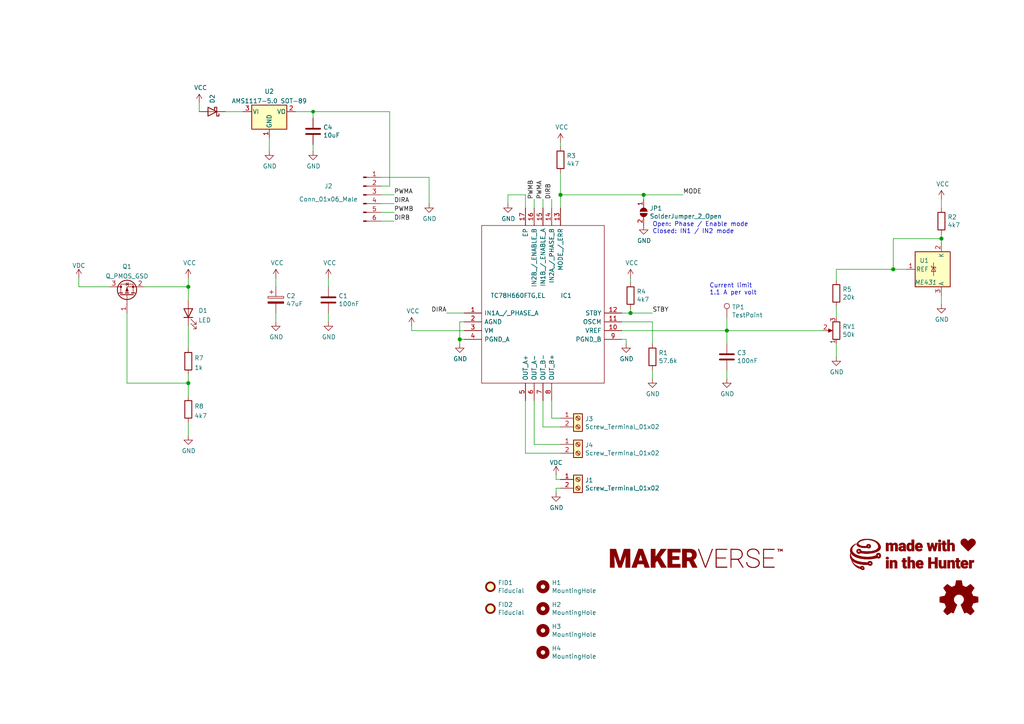
<source format=kicad_sch>
(kicad_sch (version 20211123) (generator eeschema)
  (paper "A4")
  (title_block (title "Makerverse Motor Driver 2ch") (date "2022-12-29") (rev "20") (comment 1 "Designed at Core Electronics by Brenton Schulz") (comment 2 "Makerverse and the makerverse logo are trademarks of Core Electronics Pty Ltd.") (comment 3 "License: CCASAv4.0 https://creativecommons.org/licenses/by-sa/4.0/"))
  (lib_symbols
    (symbol "Connector:Conn_01x06_Male" (pin_names (offset 1.016) hide)
      (property "Reference" "J" (at 0 7.62 0))
      (property "Value" "Conn_01x06_Male" (at 0 -10.16 0))
      (symbol "Conn_01x06_Male_1_1"
        (pin passive line (at 5.08 5.08 180) (length 3.81) (name "Pin_1") (number "1"))
        (pin passive line (at 5.08 2.54 180) (length 3.81) (name "Pin_2") (number "2"))
        (pin passive line (at 5.08 0 180) (length 3.81) (name "Pin_3") (number "3"))
        (pin passive line (at 5.08 -2.54 180) (length 3.81) (name "Pin_4") (number "4"))
        (pin passive line (at 5.08 -5.08 180) (length 3.81) (name "Pin_5") (number "5"))
        (pin passive line (at 5.08 -7.62 180) (length 3.81) (name "Pin_6") (number "6"))
      )
    )
    (symbol "Connector:Screw_Terminal_01x02" (pin_names (offset 1.016) hide)
      (property "Reference" "J" (at 0 2.54 0))
      (property "Value" "Screw_Terminal_01x02" (at 0 -5.08 0))
      (symbol "Screw_Terminal_01x02_1_1"
        (pin passive line (at -5.08 0 0) (length 3.81) (name "Pin_1") (number "1"))
        (pin passive line (at -5.08 -2.54 0) (length 3.81) (name "Pin_2") (number "2"))
      )
    )
    (symbol "Connector:TestPoint" (pin_numbers hide) (pin_names (offset 0.762) hide)
      (property "Reference" "TP" (at 0 6.858 0))
      (property "Value" "TestPoint" (at 0 5.08 0))
      (symbol "TestPoint_1_1"
        (pin passive line (at 0 0 90) (length 2.54) (name "1") (number "1"))
      )
    )
    (symbol "CoreElectronics_Artwork:LOGO_CoreElectronics_made-with-love" (pin_names (offset 1.016)))
    (symbol "CoreElectronics_Artwork:LOGO_Makerverse" (pin_names (offset 1.016)))
    (symbol "Device:C" (pin_numbers hide) (pin_names (offset 0.254))
      (property "Reference" "C" (at 0.635 2.54 0))
      (property "Value" "C" (at 0.635 -2.54 0))
      (symbol "C_1_1"
        (pin passive line (at 0 3.81 270) (length 2.794) (name "~") (number "1"))
        (pin passive line (at 0 -3.81 90) (length 2.794) (name "~") (number "2"))
      )
    )
    (symbol "Device:CP" (pin_numbers hide) (pin_names (offset 0.254))
      (property "Reference" "C" (at 0.635 2.54 0))
      (property "Value" "CP" (at 0.635 -2.54 0))
      (symbol "CP_1_1"
        (pin passive line (at 0 3.81 270) (length 2.794) (name "~") (number "1"))
        (pin passive line (at 0 -3.81 90) (length 2.794) (name "~") (number "2"))
      )
    )
    (symbol "Device:D_Schottky" (pin_numbers hide) (pin_names (offset 1.016) hide)
      (property "Reference" "D" (at 0 2.54 0))
      (property "Value" "D_Schottky" (at 0 -2.54 0))
      (symbol "D_Schottky_1_1"
        (pin passive line (at -3.81 0 0) (length 2.54) (name "K") (number "1"))
        (pin passive line (at 3.81 0 180) (length 2.54) (name "A") (number "2"))
      )
    )
    (symbol "Device:LED" (pin_numbers hide) (pin_names (offset 1.016) hide)
      (property "Reference" "D" (at 0 2.54 0))
      (property "Value" "LED" (at 0 -2.54 0))
      (symbol "LED_1_1"
        (pin passive line (at -3.81 0 0) (length 2.54) (name "K") (number "1"))
        (pin passive line (at 3.81 0 180) (length 2.54) (name "A") (number "2"))
      )
    )
    (symbol "Device:Q_PMOS_GSD" (pin_names (offset 0) hide)
      (property "Reference" "Q" (at 5.08 1.27 0))
      (property "Value" "Q_PMOS_GSD" (at 5.08 -1.27 0))
      (symbol "Q_PMOS_GSD_1_1"
        (pin input line (at -5.08 0 0) (length 2.54) (name "G") (number "1"))
        (pin passive line (at 2.54 -5.08 90) (length 2.54) (name "S") (number "2"))
        (pin passive line (at 2.54 5.08 270) (length 2.54) (name "D") (number "3"))
      )
    )
    (symbol "Device:R" (pin_numbers hide) (pin_names (offset 0))
      (property "Reference" "R" (at 2.032 0 90))
      (property "Value" "R" (at 0 0 90))
      (symbol "R_1_1"
        (pin passive line (at 0 3.81 270) (length 1.27) (name "~") (number "1"))
        (pin passive line (at 0 -3.81 90) (length 1.27) (name "~") (number "2"))
      )
    )
    (symbol "Device:R_POT" (pin_names (offset 1.016) hide)
      (property "Reference" "RV" (at -4.445 0 90))
      (property "Value" "R_POT" (at -2.54 0 90))
      (symbol "R_POT_1_1"
        (pin passive line (at 0 3.81 270) (length 1.27) (name "1") (number "1"))
        (pin passive line (at 3.81 0 180) (length 1.27) (name "2") (number "2"))
        (pin passive line (at 0 -3.81 90) (length 1.27) (name "3") (number "3"))
      )
    )
    (symbol "Graphic:Logo_Open_Hardware_Small" (pin_names (offset 1.016)))
    (symbol "Jumper:SolderJumper_2_Open" (pin_names (offset 0) hide)
      (property "Reference" "JP" (at 0 2.032 0))
      (property "Value" "SolderJumper_2_Open" (at 0 -2.54 0))
      (symbol "SolderJumper_2_Open_1_1"
        (pin passive line (at -3.81 0 0) (length 2.54) (name "A") (number "1"))
        (pin passive line (at 3.81 0 180) (length 2.54) (name "B") (number "2"))
      )
    )
    (symbol "Mechanical:Fiducial"
      (property "Reference" "FID" (at 0 5.08 0))
      (property "Value" "Fiducial" (at 0 3.175 0))
    )
    (symbol "Mechanical:MountingHole" (pin_names (offset 1.016))
      (property "Reference" "H" (at 0 5.08 0))
      (property "Value" "MountingHole" (at 0 3.175 0))
    )
    (symbol "Reference_Voltage:REF3025" (pin_names (offset 0.254))
      (property "Reference" "U1" (at 3.81 2.54 0))
      (property "Value" "ME431" (at 5.08 -3.81 0))
      (symbol "REF3025_1_1"
        (pin power_out line (at 7.62 0 180) (length 2.54) (name "REF") (number "1"))
        (pin power_in line (at -2.54 7.62 270) (length 2.54) (name "K") (number "2"))
        (pin power_in line (at -2.54 -7.62 90) (length 2.54) (name "A") (number "3"))
      )
    )
    (symbol "Regulator_Linear:AMS1117-5.0" (pin_names (offset 0.254))
      (property "Reference" "U" (at -3.81 3.175 0))
      (property "Value" "AMS1117-5.0" (at 0 3.175 0))
      (symbol "AMS1117-5.0_1_1"
        (pin power_in line (at 0 -7.62 90) (length 2.54) (name "GND") (number "1"))
        (pin power_out line (at 7.62 0 180) (length 2.54) (name "VO") (number "2"))
        (pin power_in line (at -7.62 0 0) (length 2.54) (name "VI") (number "3"))
      )
    )
    (symbol "TC78H660FTG:TC78H660FTG,EL" (pin_names (offset 0.762))
      (property "Reference" "IC" (at 41.91 30.48 0))
      (property "Value" "TC78H660FTG,EL" (at 41.91 27.94 0))
      (symbol "TC78H660FTG,EL_0_0"
        (pin passive line (at 0 0 0) (length 5.08) (name "IN1A_/_PHASE_A") (number "1"))
        (pin passive line (at 45.72 -5.08 180) (length 5.08) (name "VREF") (number "10"))
        (pin passive line (at 45.72 -2.54 180) (length 5.08) (name "OSCM") (number "11"))
        (pin passive line (at 45.72 0 180) (length 5.08) (name "STBY") (number "12"))
        (pin passive line (at 27.94 30.48 270) (length 5.08) (name "MODE_/_ERR") (number "13"))
        (pin passive line (at 25.4 30.48 270) (length 5.08) (name "IN2A_/_PHASE_B") (number "14"))
        (pin passive line (at 22.86 30.48 270) (length 5.08) (name "IN1B_/_ENABLE_A") (number "15"))
        (pin passive line (at 20.32 30.48 270) (length 5.08) (name "IN2B_/_ENABLE_B") (number "16"))
        (pin passive line (at 17.78 30.48 270) (length 5.08) (name "EP") (number "17"))
        (pin passive line (at 0 -2.54 0) (length 5.08) (name "AGND") (number "2"))
        (pin passive line (at 0 -5.08 0) (length 5.08) (name "VM") (number "3"))
        (pin passive line (at 0 -7.62 0) (length 5.08) (name "PGND_A") (number "4"))
        (pin passive line (at 17.78 -25.4 90) (length 5.08) (name "OUT_A+") (number "5"))
        (pin passive line (at 20.32 -25.4 90) (length 5.08) (name "OUT_A-") (number "6"))
        (pin passive line (at 22.86 -25.4 90) (length 5.08) (name "OUT_B-") (number "7"))
        (pin passive line (at 25.4 -25.4 90) (length 5.08) (name "OUT_B+") (number "8"))
        (pin passive line (at 45.72 -7.62 180) (length 5.08) (name "PGND_B") (number "9"))
      )
    )
    (symbol "power:GND" (power) (pin_names (offset 0))
      (property "Value" "GND" (at 0 -3.81 0))
      (symbol "GND_1_1"
        (pin power_in line (at 0 0 270) (length 0) hide (name "GND") (number "1"))
      )
    )
    (symbol "power:VCC" (power) (pin_names (offset 0))
      (property "Value" "VCC" (at 0 3.81 0))
      (symbol "VCC_1_1"
        (pin power_in line (at 0 0 90) (length 0) hide (name "VCC") (number "1"))
      )
    )
    (symbol "power:VDC" (power) (pin_names (offset 0))
      (property "Value" "VDC" (at 0 6.35 0))
      (symbol "VDC_1_1"
        (pin power_in line (at 0 0 90) (length 0) hide (name "VDC") (number "1"))
      )
    )
  )
  (junction (at 186.69 56.515) (diameter 1.016))
  (junction (at 259.08 78.105) (diameter 1.016))
  (junction (at 210.82 95.885) (diameter 1.016))
  (junction (at 273.05 69.215) (diameter 1.016))
  (junction (at 54.61 111.125) (diameter 1.016))
  (junction (at 133.35 98.425) (diameter 1.016))
  (junction (at 162.56 56.515) (diameter 1.016))
  (junction (at 54.61 83.185) (diameter 1.016))
  (junction (at 182.88 90.805) (diameter 1.016))
  (junction (at 90.805 32.385))
  (wire (pts (xy 36.83 90.805) (xy 36.83 111.125)))
  (wire (pts (xy 36.83 111.125) (xy 54.61 111.125)))
  (wire (pts (xy 181.61 98.425) (xy 181.61 99.695)))
  (wire (pts (xy 161.29 141.605) (xy 162.56 141.605)))
  (wire (pts (xy 54.61 122.555) (xy 54.61 126.365)))
  (wire (pts (xy 160.02 60.325) (xy 160.02 57.785)))
  (wire (pts (xy 90.805 43.815) (xy 90.805 41.91)))
  (wire (pts (xy 147.32 56.515) (xy 147.32 59.055)))
  (wire (pts (xy 242.57 99.695) (xy 242.57 103.505)))
  (wire (pts (xy 182.88 80.645) (xy 182.88 81.915)))
  (wire (pts (xy 152.4 131.445) (xy 162.56 131.445)))
  (wire (pts (xy 90.805 32.385) (xy 113.03 32.385)))
  (wire (pts (xy 152.4 116.205) (xy 152.4 131.445)))
  (wire (pts (xy 110.49 51.435) (xy 124.46 51.435)))
  (wire (pts (xy 157.48 57.785) (xy 157.48 60.325)))
  (wire (pts (xy 189.23 93.345) (xy 189.23 99.695)))
  (wire (pts (xy 78.105 40.005) (xy 78.105 43.815)))
  (wire (pts (xy 133.35 98.425) (xy 133.35 99.695)))
  (wire (pts (xy 242.57 81.28) (xy 242.57 78.105)))
  (wire (pts (xy 161.29 139.065) (xy 161.29 137.795)))
  (wire (pts (xy 119.38 95.885) (xy 119.38 94.615)))
  (wire (pts (xy 161.29 142.875) (xy 161.29 141.605)))
  (wire (pts (xy 54.61 108.585) (xy 54.61 111.125)))
  (wire (pts (xy 54.61 111.125) (xy 54.61 114.935)))
  (wire (pts (xy 259.08 69.215) (xy 273.05 69.215)))
  (wire (pts (xy 259.08 78.105) (xy 259.08 69.215)))
  (wire (pts (xy 259.08 78.105) (xy 262.89 78.105)))
  (wire (pts (xy 210.82 95.885) (xy 238.76 95.885)))
  (wire (pts (xy 134.62 98.425) (xy 133.35 98.425)))
  (wire (pts (xy 186.69 56.515) (xy 198.12 56.515)))
  (wire (pts (xy 210.82 107.315) (xy 210.82 109.855)))
  (wire (pts (xy 180.34 95.885) (xy 210.82 95.885)))
  (wire (pts (xy 154.94 128.905) (xy 154.94 116.205)))
  (wire (pts (xy 157.48 123.825) (xy 162.56 123.825)))
  (wire (pts (xy 210.82 99.695) (xy 210.82 95.885)))
  (wire (pts (xy 54.61 94.615) (xy 54.61 100.965)))
  (wire (pts (xy 95.25 93.345) (xy 95.25 90.805)))
  (wire (pts (xy 114.3 59.055) (xy 110.49 59.055)))
  (wire (pts (xy 160.02 121.285) (xy 160.02 116.205)))
  (wire (pts (xy 162.56 56.515) (xy 162.56 50.165)))
  (wire (pts (xy 162.56 42.545) (xy 162.56 41.275)))
  (wire (pts (xy 134.62 95.885) (xy 119.38 95.885)))
  (wire (pts (xy 124.46 51.435) (xy 124.46 59.055)))
  (wire (pts (xy 57.785 32.385) (xy 57.785 29.845)))
  (wire (pts (xy 180.34 90.805) (xy 182.88 90.805)))
  (wire (pts (xy 162.56 121.285) (xy 160.02 121.285)))
  (wire (pts (xy 189.23 107.315) (xy 189.23 109.855)))
  (wire (pts (xy 242.57 78.105) (xy 259.08 78.105)))
  (wire (pts (xy 162.56 139.065) (xy 161.29 139.065)))
  (wire (pts (xy 80.01 80.645) (xy 80.01 83.185)))
  (wire (pts (xy 152.4 60.325) (xy 152.4 56.515)))
  (wire (pts (xy 182.88 90.805) (xy 182.88 89.535)))
  (wire (pts (xy 152.4 56.515) (xy 147.32 56.515)))
  (wire (pts (xy 110.49 61.595) (xy 114.3 61.595)))
  (wire (pts (xy 129.54 90.805) (xy 134.62 90.805)))
  (wire (pts (xy 186.69 57.785) (xy 186.69 56.515)))
  (wire (pts (xy 273.05 67.945) (xy 273.05 69.215)))
  (wire (pts (xy 273.05 69.215) (xy 273.05 70.485)))
  (wire (pts (xy 90.805 32.385) (xy 90.805 34.29)))
  (wire (pts (xy 114.3 64.135) (xy 110.49 64.135)))
  (wire (pts (xy 180.34 93.345) (xy 189.23 93.345)))
  (wire (pts (xy 154.94 128.905) (xy 162.56 128.905)))
  (wire (pts (xy 162.56 56.515) (xy 186.69 56.515)))
  (wire (pts (xy 110.49 56.515) (xy 114.3 56.515)))
  (wire (pts (xy 210.82 95.885) (xy 210.82 92.075)))
  (wire (pts (xy 133.35 93.345) (xy 133.35 98.425)))
  (wire (pts (xy 22.86 83.185) (xy 22.86 80.645)))
  (wire (pts (xy 31.75 83.185) (xy 22.86 83.185)))
  (wire (pts (xy 113.03 53.975) (xy 113.03 32.385)))
  (wire (pts (xy 162.56 60.325) (xy 162.56 56.515)))
  (wire (pts (xy 157.48 116.205) (xy 157.48 123.825)))
  (wire (pts (xy 154.94 60.325) (xy 154.94 57.785)))
  (wire (pts (xy 242.57 88.9) (xy 242.57 92.075)))
  (wire (pts (xy 134.62 93.345) (xy 133.35 93.345)))
  (wire (pts (xy 273.05 57.785) (xy 273.05 60.325)))
  (wire (pts (xy 95.25 80.645) (xy 95.25 83.185)))
  (wire (pts (xy 180.34 98.425) (xy 181.61 98.425)))
  (wire (pts (xy 54.61 83.185) (xy 54.61 86.995)))
  (wire (pts (xy 70.485 32.385) (xy 65.405 32.385)))
  (wire (pts (xy 113.03 53.975) (xy 110.49 53.975)))
  (wire (pts (xy 85.725 32.385) (xy 90.805 32.385)))
  (wire (pts (xy 80.01 90.805) (xy 80.01 93.345)))
  (wire (pts (xy 182.88 90.805) (xy 189.23 90.805)))
  (wire (pts (xy 41.91 83.185) (xy 54.61 83.185)))
  (wire (pts (xy 54.61 83.185) (xy 54.61 80.645)))
  (wire (pts (xy 273.05 85.725) (xy 273.05 88.265)))
  (text "Current limit\n1.1 A per volt" (at 205.74 85.725 0) (effects (font (size 1.27 1.27)) (justify left bottom)))
  (text "Open: Phase / Enable mode\nClosed: IN1 / IN2 mode" (at 189.23 67.945 0) (effects (font (size 1.27 1.27)) (justify left bottom)))
  (label "DIRB" (at 114.3 64.135 0))
  (label "DIRB" (at 160.02 57.785 90))
  (label "PWMA" (at 114.3 56.515 0))
  (label "PWMA" (at 157.48 57.785 90))
  (label "DIRA" (at 114.3 59.055 0))
  (label "STBY" (at 189.23 90.805 0))
  (label "DIRA" (at 129.54 90.805 180))
  (label "PWMB" (at 114.3 61.595 0))
  (label "MODE" (at 198.12 56.515 0))
  (label "PWMB" (at 154.94 57.785 90))
  (symbol (lib_id "TC78H660FTG:TC78H660FTG,EL") (at 134.62 90.805 0) (unit 1)
    (property "Reference" "IC1" (at 162.56 85.725 0) (effects (justify left)))
    (property "Value" "TC78H660FTG,EL" (at 142.24 85.725 0) (effects (justify left)))
    (property "Footprint" "Package_DFN_QFN:QFN-16-1EP_3x3mm_P0.5mm_EP1.7x1.7mm_ThermalVias" (effects hide))
    (property "Datasheet" "https://toshiba.semicon-storage.com/eu/semiconductor/product/motor-driver-ics/brushed-dc-motor-driver-ics/detail.TC78H660FTG.html" (effects hide))
    (property "Description" "Motor / Motion / Ignition Controllers & Drivers Dual H Brdge Drvr IC" (effects hide))
    (property "Height" "0.9" (effects hide))
    (property "Mouser Part Number" "757-TC78H660FTGEL" (effects hide))
    (property "Mouser Price/Stock" "https://www.mouser.co.uk/ProductDetail/Toshiba/TC78H660FTGEL?qs=GBLSl2Akirut0oT06igwhw%3D%3D" (effects hide))
    (property "Manufacturer_Name" "Toshiba" (effects hide))
    (property "Manufacturer_Part_Number" "TC78H660FTG,EL" (effects hide))
  )
  (symbol (lib_id "Device:R") (at 273.05 64.135 0) (unit 1)
    (property "Reference" "R2" (at 274.828 62.9666 0) (effects (justify left)))
    (property "Value" "4k7" (at 274.828 65.278 0) (effects (justify left)))
    (property "Footprint" "Resistor_SMD:R_0402_1005Metric" (effects hide))
  )
  (symbol (lib_id "Device:R_POT") (at 242.57 95.885 180) (unit 1)
    (property "Reference" "RV1" (at 244.348 94.7166 0) (effects (justify right)))
    (property "Value" "50k" (at 244.348 97.028 0) (effects (justify right)))
    (property "Footprint" "lib:smdPot" (effects hide))
  )
  (symbol (lib_id "power:GND") (at 181.61 99.695 0) (unit 1)
    (property "Reference" "#PWR0101" (effects hide))
    (property "Value" "GND" (at 181.737 104.0892 0))
  )
  (symbol (lib_id "power:GND") (at 133.35 99.695 0) (unit 1)
    (property "Reference" "#PWR0102" (effects hide))
    (property "Value" "GND" (at 133.477 104.0892 0))
  )
  (symbol (lib_id "power:GND") (at 147.32 59.055 0) (unit 1)
    (property "Reference" "#PWR0103" (effects hide))
    (property "Value" "GND" (at 147.447 63.4492 0))
  )
  (symbol (lib_id "Device:R") (at 189.23 103.505 0) (unit 1)
    (property "Reference" "R1" (at 191.008 102.3366 0) (effects (justify left)))
    (property "Value" "57.6k" (at 191.008 104.648 0) (effects (justify left)))
    (property "Footprint" "Resistor_SMD:R_0402_1005Metric" (effects hide))
  )
  (symbol (lib_id "power:GND") (at 189.23 109.855 0) (unit 1)
    (property "Reference" "#PWR0104" (effects hide))
    (property "Value" "GND" (at 189.357 114.2492 0))
  )
  (symbol (lib_id "Device:CP") (at 80.01 86.995 0) (unit 1)
    (property "Reference" "C2" (at 83.0072 85.8266 0) (effects (justify left)))
    (property "Value" "47uF" (at 83.0072 88.138 0) (effects (justify left)))
    (property "Footprint" "Capacitor_SMD:CP_Elec_6.3x5.3" (effects hide))
  )
  (symbol (lib_id "Device:C") (at 95.25 86.995 0) (unit 1)
    (property "Reference" "C1" (at 98.171 85.8266 0) (effects (justify left)))
    (property "Value" "100nF" (at 98.171 88.138 0) (effects (justify left)))
    (property "Footprint" "Capacitor_SMD:C_0402_1005Metric" (effects hide))
  )
  (symbol (lib_id "Device:C") (at 210.82 103.505 0) (unit 1)
    (property "Reference" "C3" (at 213.741 102.3366 0) (effects (justify left)))
    (property "Value" "100nF" (at 213.741 104.648 0) (effects (justify left)))
    (property "Footprint" "Capacitor_SMD:C_0402_1005Metric" (effects hide))
  )
  (symbol (lib_id "power:GND") (at 210.82 109.855 0) (unit 1)
    (property "Reference" "#PWR0105" (effects hide))
    (property "Value" "GND" (at 210.947 114.2492 0))
  )
  (symbol (lib_id "power:GND") (at 242.57 103.505 0) (unit 1)
    (property "Reference" "#PWR0106" (effects hide))
    (property "Value" "GND" (at 242.697 107.8992 0))
  )
  (symbol (lib_id "Mechanical:Fiducial") (at 142.24 170.18 0) (unit 1)
    (property "Reference" "FID1" (at 144.399 169.0116 0) (effects (justify left)))
    (property "Value" "Fiducial" (at 144.399 171.323 0) (effects (justify left)))
    (property "Footprint" "Fiducial:Fiducial_1mm_Mask2mm" (effects hide))
  )
  (symbol (lib_id "Mechanical:Fiducial") (at 142.24 176.53 0) (unit 1)
    (property "Reference" "FID2" (at 144.399 175.3616 0) (effects (justify left)))
    (property "Value" "Fiducial" (at 144.399 177.673 0) (effects (justify left)))
    (property "Footprint" "Fiducial:Fiducial_1mm_Mask2mm" (effects hide))
  )
  (symbol (lib_id "power:VCC") (at 273.05 57.785 0) (unit 1)
    (property "Reference" "#PWR0107" (effects hide))
    (property "Value" "VCC" (at 273.431 53.3908 0))
  )
  (symbol (lib_id "power:GND") (at 80.01 93.345 0) (unit 1)
    (property "Reference" "#PWR0108" (effects hide))
    (property "Value" "GND" (at 80.137 97.7392 0))
  )
  (symbol (lib_id "power:GND") (at 95.25 93.345 0) (unit 1)
    (property "Reference" "#PWR0109" (effects hide))
    (property "Value" "GND" (at 95.377 97.7392 0))
  )
  (symbol (lib_id "power:VCC") (at 95.25 80.645 0) (unit 1)
    (property "Reference" "#PWR0110" (effects hide))
    (property "Value" "VCC" (at 95.631 76.2508 0))
  )
  (symbol (lib_id "power:VCC") (at 80.01 80.645 0) (unit 1)
    (property "Reference" "#PWR0111" (effects hide))
    (property "Value" "VCC" (at 80.391 76.2508 0))
  )
  (symbol (lib_id "power:VCC") (at 119.38 94.615 0) (unit 1)
    (property "Reference" "#PWR0112" (effects hide))
    (property "Value" "VCC" (at 119.761 90.2208 0))
  )
  (symbol (lib_id "Connector:Screw_Terminal_01x02") (at 167.64 121.285 0) (unit 1)
    (property "Reference" "J3" (at 169.672 121.4882 0) (effects (justify left)))
    (property "Value" "Screw_Terminal_01x02" (at 169.672 123.7996 0) (effects (justify left)))
    (property "Footprint" "lib:terminal-2-pin-5mm" (effects hide))
  )
  (symbol (lib_id "Connector:Screw_Terminal_01x02") (at 167.64 128.905 0) (unit 1)
    (property "Reference" "J4" (at 169.672 129.1082 0) (effects (justify left)))
    (property "Value" "Screw_Terminal_01x02" (at 169.672 131.4196 0) (effects (justify left)))
    (property "Footprint" "lib:terminal-2-pin-5mm" (effects hide))
  )
  (symbol (lib_id "Connector:Screw_Terminal_01x02") (at 167.64 139.065 0) (unit 1)
    (property "Reference" "J1" (at 169.672 139.2682 0) (effects (justify left)))
    (property "Value" "Screw_Terminal_01x02" (at 169.672 141.5796 0) (effects (justify left)))
    (property "Footprint" "lib:terminal-2-pin-5mm" (effects hide))
  )
  (symbol (lib_id "power:GND") (at 161.29 142.875 0) (unit 1)
    (property "Reference" "#PWR0114" (effects hide))
    (property "Value" "GND" (at 161.417 147.2692 0))
  )
  (symbol (lib_id "Device:R") (at 182.88 85.725 0) (unit 1)
    (property "Reference" "R4" (at 184.658 84.5566 0) (effects (justify left)))
    (property "Value" "4k7" (at 184.658 86.868 0) (effects (justify left)))
    (property "Footprint" "Resistor_SMD:R_0402_1005Metric" (effects hide))
  )
  (symbol (lib_id "power:VCC") (at 182.88 80.645 0) (unit 1)
    (property "Reference" "#PWR0115" (effects hide))
    (property "Value" "VCC" (at 183.261 76.2508 0))
  )
  (symbol (lib_id "Device:R") (at 162.56 46.355 0) (unit 1)
    (property "Reference" "R3" (at 164.338 45.1866 0) (effects (justify left)))
    (property "Value" "4k7" (at 164.338 47.498 0) (effects (justify left)))
    (property "Footprint" "Resistor_SMD:R_0402_1005Metric" (effects hide))
  )
  (symbol (lib_id "power:VCC") (at 162.56 41.275 0) (unit 1)
    (property "Reference" "#PWR0116" (effects hide))
    (property "Value" "VCC" (at 162.941 36.8808 0))
  )
  (symbol (lib_id "Jumper:SolderJumper_2_Open") (at 186.69 61.595 270) (unit 1)
    (property "Reference" "JP1" (at 188.4172 60.4266 90) (effects (justify left)))
    (property "Value" "SolderJumper_2_Open" (at 188.4172 62.738 90) (effects (justify left)))
    (property "Footprint" "CoreElectronics_Components:SolderJumper-2_P1.3mm_Open_RoundedPad1.0x1.5mm_NoMask" (effects hide))
  )
  (symbol (lib_id "power:GND") (at 186.69 65.405 0) (unit 1)
    (property "Reference" "#PWR0117" (effects hide))
    (property "Value" "GND" (at 186.817 69.7992 0))
  )
  (symbol (lib_id "Connector:Conn_01x06_Male") (at 105.41 56.515 0) (unit 1)
    (property "Reference" "J2" (at 95.25 53.975 0))
    (property "Value" "Conn_01x06_Male" (at 95.25 57.785 0))
    (property "Footprint" "Connector_PinHeader_2.54mm:PinHeader_1x06_P2.54mm_Vertical" (effects hide))
  )
  (symbol (lib_id "power:GND") (at 124.46 59.055 0) (unit 1)
    (property "Reference" "#PWR0119" (effects hide))
    (property "Value" "GND" (at 124.587 63.4492 0))
  )
  (symbol (lib_id "Connector:TestPoint") (at 210.82 92.075 0) (unit 1)
    (property "Reference" "TP1" (at 212.2932 89.0778 0) (effects (justify left)))
    (property "Value" "TestPoint" (at 212.2932 91.3892 0) (effects (justify left)))
    (property "Footprint" "TestPoint:TestPoint_THTPad_1.5x1.5mm_Drill0.7mm" (effects hide))
  )
  (symbol (lib_id "Mechanical:MountingHole") (at 157.48 170.18 0) (unit 1)
    (property "Reference" "H1" (at 160.02 169.0116 0) (effects (justify left)))
    (property "Value" "MountingHole" (at 160.02 171.323 0) (effects (justify left)))
    (property "Footprint" "MountingHole:MountingHole_3.2mm_M3" (effects hide))
  )
  (symbol (lib_id "Mechanical:MountingHole") (at 157.48 176.53 0) (unit 1)
    (property "Reference" "H2" (at 160.02 175.3616 0) (effects (justify left)))
    (property "Value" "MountingHole" (at 160.02 177.673 0) (effects (justify left)))
    (property "Footprint" "MountingHole:MountingHole_3.2mm_M3" (effects hide))
  )
  (symbol (lib_id "Mechanical:MountingHole") (at 157.48 182.88 0) (unit 1)
    (property "Reference" "H3" (at 160.02 181.7116 0) (effects (justify left)))
    (property "Value" "MountingHole" (at 160.02 184.023 0) (effects (justify left)))
    (property "Footprint" "MountingHole:MountingHole_3.2mm_M3" (effects hide))
  )
  (symbol (lib_id "Mechanical:MountingHole") (at 157.48 189.23 0) (unit 1)
    (property "Reference" "H4" (at 160.02 188.0616 0) (effects (justify left)))
    (property "Value" "MountingHole" (at 160.02 190.373 0) (effects (justify left)))
    (property "Footprint" "MountingHole:MountingHole_3.2mm_M3" (effects hide))
  )
  (symbol (lib_id "power:VDC") (at 161.29 137.795 0) (unit 1)
    (property "Reference" "#PWR0118" (effects hide))
    (property "Value" "VDC" (at 161.29 134.1904 0))
  )
  (symbol (lib_id "CoreElectronics_Artwork:LOGO_Makerverse") (at 201.93 161.925 0) (unit 1)
    (property "Reference" "#G1" (effects hide))
    (property "Value" "LOGO_Makerverse" (effects hide))
  )
  (symbol (lib_id "power:GND") (at 273.05 88.265 0) (unit 1)
    (property "Reference" "#PWR0120" (effects hide))
    (property "Value" "GND" (at 273.177 92.6592 0))
  )
  (symbol (lib_id "power:VCC") (at 57.785 29.845 0) (unit 1)
    (property "Reference" "#PWR0113" (effects hide))
    (property "Value" "VCC" (at 58.166 25.4508 0))
  )
  (symbol (lib_id "Device:R") (at 242.57 85.09 0) (unit 1)
    (property "Reference" "R5" (at 244.348 83.9216 0) (effects (justify left)))
    (property "Value" "20k" (at 244.348 86.233 0) (effects (justify left)))
    (property "Footprint" "Resistor_SMD:R_0402_1005Metric" (effects hide))
  )
  (symbol (lib_id "Graphic:Logo_Open_Hardware_Small") (at 278.13 173.99 0) (unit 1)
    (property "Reference" "#LOGO1" (effects hide))
    (property "Value" "Logo_Open_Hardware_Small" (effects hide))
  )
  (symbol (lib_id "Reference_Voltage:REF3025") (at 270.51 78.105 0) (mirror y) (unit 1)
    (property "Reference" "U1" (at 266.7 75.565 0) (effects (justify right)))
    (property "Value" "ME431" (at 265.43 81.915 0) (effects (font italic) (justify right)))
    (property "Footprint" "Package_TO_SOT_SMD:SOT-23" (effects hide))
    (property "Datasheet" "https://datasheet.lcsc.com/lcsc/1808272142_MICRONE-Nanjing-Micro-One-Elec-ME431AXG_C85795.pdf" (effects hide))
  )
  (symbol (lib_id "Device:LED") (at 54.61 90.805 90) (unit 1)
    (property "Reference" "D1" (at 57.5311 90.087 90) (effects (justify right)))
    (property "Value" "LED" (at 57.5311 92.8621 90) (effects (justify right)))
    (property "Footprint" "LED_SMD:LED_0603_1608Metric" (effects hide))
  )
  (symbol (lib_id "power:GND") (at 54.61 126.365 0) (unit 1)
    (property "Reference" "#PWR0124" (effects hide))
    (property "Value" "GND" (at 54.737 130.7592 0))
  )
  (symbol (lib_id "Device:D_Schottky") (at 61.595 32.385 180) (unit 1)
    (property "Reference" "D2" (at 61.595 27.305 90) (effects (justify left)))
    (property "Value" "D_Schottky" (effects hide))
    (property "Footprint" "Diode_SMD:D_SMA" (effects hide))
  )
  (symbol (lib_id "Device:C") (at 90.805 38.1 0) (unit 1)
    (property "Reference" "C4" (at 93.726 36.9316 0) (effects (justify left)))
    (property "Value" "10uF" (at 93.726 39.243 0) (effects (justify left)))
    (property "Footprint" "Capacitor_SMD:C_0603_1608Metric" (effects hide))
  )
  (symbol (lib_id "power:VDC") (at 22.86 80.645 0) (unit 1)
    (property "Reference" "#PWR0123" (effects hide))
    (property "Value" "VDC" (at 22.86 77.0404 0))
  )
  (symbol (lib_id "CoreElectronics_Artwork:LOGO_CoreElectronics_made-with-love") (at 265.43 160.655 0) (unit 1)
    (property "Reference" "#G2" (effects hide))
    (property "Value" "LOGO_CoreElectronics_made-with-love" (effects hide))
  )
  (symbol (lib_id "power:GND") (at 78.105 43.815 0) (unit 1)
    (property "Reference" "#PWR0126" (effects hide))
    (property "Value" "GND" (at 78.232 48.2092 0))
  )
  (symbol (lib_id "power:VCC") (at 54.61 80.645 0) (unit 1)
    (property "Reference" "#PWR0122" (effects hide))
    (property "Value" "VCC" (at 54.991 76.2508 0))
  )
  (symbol (lib_id "Device:Q_PMOS_GSD") (at 36.83 85.725 90) (unit 1)
    (property "Reference" "Q1" (at 36.83 77.3134 90))
    (property "Value" "Q_PMOS_GSD" (at 36.83 80.0885 90))
    (property "Footprint" "Package_TO_SOT_SMD:SOT-23" (effects hide))
  )
  (symbol (lib_id "Device:R") (at 54.61 104.775 0) (unit 1)
    (property "Reference" "R7" (at 56.3881 103.8665 0) (effects (justify left)))
    (property "Value" "1k" (at 56.3881 106.6416 0) (effects (justify left)))
    (property "Footprint" "Resistor_SMD:R_0402_1005Metric" (effects hide))
  )
  (symbol (lib_id "Regulator_Linear:AMS1117-5.0") (at 78.105 32.385 0) (unit 1)
    (property "Reference" "U2" (at 78.105 26.5135 0))
    (property "Value" "AMS1117-5.0 SOT-89" (at 78.105 29.2886 0))
    (property "Footprint" "Package_TO_SOT_SMD:SOT-89-3" (effects hide))
    (property "Datasheet" "http://www.advanced-monolithic.com/pdf/ds1117.pdf" (effects hide))
  )
  (symbol (lib_id "power:GND") (at 90.805 43.815 0) (unit 1)
    (property "Reference" "#PWR0125" (effects hide))
    (property "Value" "GND" (at 90.932 48.2092 0))
  )
  (symbol (lib_id "Device:R") (at 54.61 118.745 0) (unit 1)
    (property "Reference" "R8" (at 56.3881 117.8365 0) (effects (justify left)))
    (property "Value" "4k7" (at 56.3881 120.6116 0) (effects (justify left)))
    (property "Footprint" "Resistor_SMD:R_0402_1005Metric" (effects hide))
  )
)
</source>
